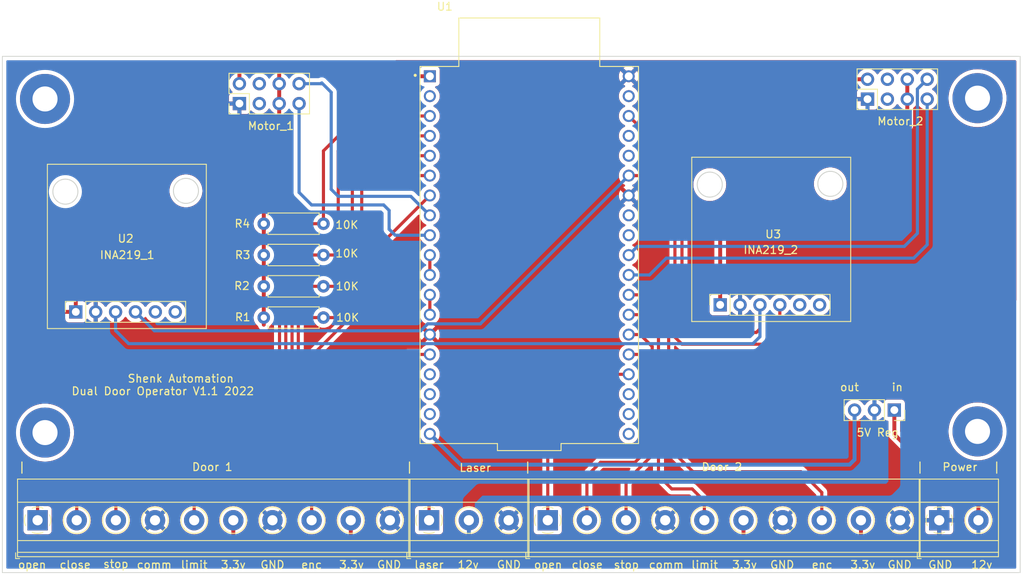
<source format=kicad_pcb>
(kicad_pcb (version 20211014) (generator pcbnew)
  (layers (0 "F.Cu" signal) (31 "B.Cu" signal) (34 "B.Paste" user) (35 "F.Paste" user) (36 "B.SilkS" user "B.Silkscreen") (37 "F.SilkS" user "F.Silkscreen") (38 "B.Mask" user) (39 "F.Mask" user) (44 "Edge.Cuts" user))
  (net 0 "")
  (net 1 "Net-(J4-Pad1)")
  (net 2 "Net-(J4-Pad2)")
  (net 3 "Net-(J4-Pad3)")
  (net 6 "Net-(J8-Pad1)")
  (net 7 "Net-(J8-Pad2)")
  (net 8 "Net-(J8-Pad3)")
  (net 16 "Net-(J4-Pad5)")
  (net 17 "Net-(J4-Pad8)")
  (net 18 "Net-(J8-Pad5)")
  (net 19 "Net-(J8-Pad8)")
  (net 20 "Net-(U1-Pad10)")
  (net 21 "Net-(U1-Pad12)")
  (net 27 "GND")
  (net 28 "Net-(J5-Pad1)")
  (net 33 "Net-(J4-Pad6)")
  (net 34 "Net-(U1-Pad33)")
  (net 35 "Net-(U1-Pad36)")
  (net 38 "Net-(J7-Pad7)")
  (net 39 "Net-(J7-Pad8)")
  (net 40 "Net-(J6-Pad7)")
  (net 41 "Net-(J6-Pad8)")
  (net 42 "Net-(J5-Pad2)")
  (net 43 "Net-(U1-Pad19)")
  (footprint "Resistor_THT:R_Axial_DIN0207_L6.3mm_D2.5mm_P7.62mm_Horizontal" (layer "F.Cu") (at 113.39 79.4)
    (fp_text reference "R3" (at -2.69 0) (layer "F.SilkS"))
    (fp_text value "10K" (at 10.61 -0.2) (layer "F.SilkS"))
    (pad "1" thru_hole circle (at 0 0) (size 1.6 1.6) (drill 0.8) (layers *.Cu *.Mask) (net 33 "Net-(J4-Pad6)"))
    (pad "2" thru_hole oval (at 7.62 0) (size 1.6 1.6) (drill 0.8) (layers *.Cu *.Mask) (net 2 "Net-(J4-Pad2)"))
  )
  (footprint "Connector_PinHeader_2.54mm:PinHeader_2x04_P2.54mm_Vertical" (layer "F.Cu") (at 110.28 60.04 90)
    (fp_text reference "J6" hide)
    (fp_text value "Motor_1" (at -2.86 4.02 180) (layer "F.SilkS"))
    (pad "1" thru_hole rect (at 0 0 90) (size 1.7 1.7) (drill 1) (layers *.Cu *.Mask) (net 27 "GND"))
    (pad "2" thru_hole oval (at 2.54 0 90) (size 1.7 1.7) (drill 1) (layers *.Cu *.Mask) (net 33 "Net-(J4-Pad6)"))
    (pad "3" thru_hole oval (at 0 2.54 90) (size 1.7 1.7) (drill 1) (layers *.Cu *.Mask))
    (pad "4" thru_hole oval (at 2.54 2.54 90) (size 1.7 1.7) (drill 1) (layers *.Cu *.Mask))
    (pad "5" thru_hole oval (at 0 5.08 90) (size 1.7 1.7) (drill 1) (layers *.Cu *.Mask) (net 33 "Net-(J4-Pad6)"))
    (pad "6" thru_hole oval (at 2.54 5.08 90) (size 1.7 1.7) (drill 1) (layers *.Cu *.Mask) (net 33 "Net-(J4-Pad6)"))
    (pad "7" thru_hole oval (at 0 7.62 90) (size 1.7 1.7) (drill 1) (layers *.Cu *.Mask) (net 40 "Net-(J6-Pad7)"))
    (pad "8" thru_hole oval (at 2.54 7.62 90) (size 1.7 1.7) (drill 1) (layers *.Cu *.Mask) (net 41 "Net-(J6-Pad8)"))
  )
  (footprint "Resistor_THT:R_Axial_DIN0207_L6.3mm_D2.5mm_P7.62mm_Horizontal" (layer "F.Cu") (at 113.39 83.4)
    (fp_text reference "R2" (at -2.79 -0.05) (layer "F.SilkS"))
    (fp_text value "10K" (at 10.66 0) (layer "F.SilkS"))
    (pad "1" thru_hole circle (at 0 0) (size 1.6 1.6) (drill 0.8) (layers *.Cu *.Mask) (net 33 "Net-(J4-Pad6)"))
    (pad "2" thru_hole oval (at 7.62 0) (size 1.6 1.6) (drill 0.8) (layers *.Cu *.Mask) (net 3 "Net-(J4-Pad3)"))
  )
  (footprint "MountingHole:MountingHole_3.2mm_M3_Pad_TopBottom" (layer "F.Cu") (at 204.55 101.95)
    (fp_text reference "H3" hide)
    (fp_text value "MountingHole" hide)
    (pad "1" thru_hole circle (at 0 0) (size 3.6 3.6) (drill 3.2) (layers *.Cu *.Mask))
    (pad "1" connect circle (at 0 0) (size 6.4 6.4) (layers "B.Cu" "B.Mask"))
    (pad "1" connect circle (at 0 0) (size 6.4 6.4) (layers "F.Cu" "F.Mask"))
  )
  (footprint "Resistor_THT:R_Axial_DIN0207_L6.3mm_D2.5mm_P7.62mm_Horizontal" (layer "F.Cu") (at 113.39 87.4)
    (fp_text reference "R1" (at -2.69 -0.05) (layer "F.SilkS"))
    (fp_text value "10K" (at 10.71 0) (layer "F.SilkS"))
    (pad "1" thru_hole circle (at 0 0) (size 1.6 1.6) (drill 0.8) (layers *.Cu *.Mask) (net 33 "Net-(J4-Pad6)"))
    (pad "2" thru_hole oval (at 7.62 0) (size 1.6 1.6) (drill 0.8) (layers *.Cu *.Mask) (net 16 "Net-(J4-Pad5)"))
  )
  (footprint "ESP32-DEVKIT-32U:MODULE_ESP32-DEVKITC-32U" (layer "F.Cu") (at 147.3 79.4)
    (fp_text reference "U1" (at -10.795 -31.75) (layer "F.SilkS"))
    (fp_text value "ESP32-DEVKITC-32U")
    (pad "1" thru_hole rect locked (at -12.7 -22.85) (size 1.53 1.53) (drill 1.02) (layers *.Cu *.Mask) (net 33 "Net-(J4-Pad6)"))
    (pad "2" thru_hole circle locked (at -12.7 -20.31) (size 1.53 1.53) (drill 1.02) (layers *.Cu *.Mask))
    (pad "3" thru_hole circle locked (at -12.7 -17.77) (size 1.53 1.53) (drill 1.02) (layers *.Cu *.Mask) (net 1 "Net-(J4-Pad1)"))
    (pad "4" thru_hole circle locked (at -12.7 -15.23) (size 1.53 1.53) (drill 1.02) (layers *.Cu *.Mask) (net 2 "Net-(J4-Pad2)"))
    (pad "5" thru_hole circle locked (at -12.7 -12.69) (size 1.53 1.53) (drill 1.02) (layers *.Cu *.Mask) (net 3 "Net-(J4-Pad3)"))
    (pad "6" thru_hole circle locked (at -12.7 -10.15) (size 1.53 1.53) (drill 1.02) (layers *.Cu *.Mask) (net 16 "Net-(J4-Pad5)"))
    (pad "7" thru_hole circle locked (at -12.7 -7.61) (size 1.53 1.53) (drill 1.02) (layers *.Cu *.Mask) (net 17 "Net-(J4-Pad8)"))
    (pad "8" thru_hole circle locked (at -12.7 -5.07) (size 1.53 1.53) (drill 1.02) (layers *.Cu *.Mask) (net 41 "Net-(J6-Pad8)"))
    (pad "9" thru_hole circle locked (at -12.7 -2.53) (size 1.53 1.53) (drill 1.02) (layers *.Cu *.Mask) (net 40 "Net-(J6-Pad7)"))
    (pad "10" thru_hole circle locked (at -12.7 0.01) (size 1.53 1.53) (drill 1.02) (layers *.Cu *.Mask) (net 20 "Net-(U1-Pad10)"))
    (pad "11" thru_hole circle locked (at -12.7 2.55) (size 1.53 1.53) (drill 1.02) (layers *.Cu *.Mask) (net 20 "Net-(U1-Pad10)"))
    (pad "12" thru_hole circle locked (at -12.7 5.09) (size 1.53 1.53) (drill 1.02) (layers *.Cu *.Mask) (net 21 "Net-(U1-Pad12)"))
    (pad "13" thru_hole circle locked (at -12.7 7.63) (size 1.53 1.53) (drill 1.02) (layers *.Cu *.Mask) (net 21 "Net-(U1-Pad12)"))
    (pad "14" thru_hole circle locked (at -12.7 10.17) (size 1.53 1.53) (drill 1.02) (layers *.Cu *.Mask) (net 27 "GND"))
    (pad "15" thru_hole circle locked (at -12.7 12.71) (size 1.53 1.53) (drill 1.02) (layers *.Cu *.Mask) (net 28 "Net-(J5-Pad1)"))
    (pad "16" thru_hole circle locked (at -12.7 15.25) (size 1.53 1.53) (drill 1.02) (layers *.Cu *.Mask))
    (pad "17" thru_hole circle locked (at -12.7 17.79) (size 1.53 1.53) (drill 1.02) (layers *.Cu *.Mask))
    (pad "18" thru_hole circle locked (at -12.7 20.33) (size 1.53 1.53) (drill 1.02) (layers *.Cu *.Mask))
    (pad "19" thru_hole circle locked (at -12.7 22.87) (size 1.53 1.53) (drill 1.02) (layers *.Cu *.Mask) (net 43 "Net-(U1-Pad19)"))
    (pad "20" thru_hole circle locked (at 12.7 22.87) (size 1.53 1.53) (drill 1.02) (layers *.Cu *.Mask))
    (pad "21" thru_hole circle locked (at 12.7 20.33) (size 1.53 1.53) (drill 1.02) (layers *.Cu *.Mask))
    (pad "22" thru_hole circle locked (at 12.7 17.79) (size 1.53 1.53) (drill 1.02) (layers *.Cu *.Mask))
    (pad "23" thru_hole circle locked (at 12.7 15.25) (size 1.53 1.53) (drill 1.02) (layers *.Cu *.Mask) (net 6 "Net-(J8-Pad1)"))
    (pad "24" thru_hole circle locked (at 12.7 12.71) (size 1.53 1.53) (drill 1.02) (layers *.Cu *.Mask) (net 7 "Net-(J8-Pad2)"))
    (pad "25" thru_hole circle locked (at 12.7 10.17) (size 1.53 1.53) (drill 1.02) (layers *.Cu *.Mask) (net 8 "Net-(J8-Pad3)"))
    (pad "26" thru_hole circle locked (at 12.7 7.63) (size 1.53 1.53) (drill 1.02) (layers *.Cu *.Mask) (net 18 "Net-(J8-Pad5)"))
    (pad "27" thru_hole circle locked (at 12.7 5.09) (size 1.53 1.53) (drill 1.02) (layers *.Cu *.Mask) (net 19 "Net-(J8-Pad8)"))
    (pad "28" thru_hole circle locked (at 12.7 2.55) (size 1.53 1.53) (drill 1.02) (layers *.Cu *.Mask) (net 38 "Net-(J7-Pad7)"))
    (pad "29" thru_hole circle locked (at 12.7 0.01) (size 1.53 1.53) (drill 1.02) (layers *.Cu *.Mask) (net 39 "Net-(J7-Pad8)"))
    (pad "30" thru_hole circle locked (at 12.7 -2.53) (size 1.53 1.53) (drill 1.02) (layers *.Cu *.Mask))
    (pad "31" thru_hole circle locked (at 12.7 -5.07) (size 1.53 1.53) (drill 1.02) (layers *.Cu *.Mask))
    (pad "32" thru_hole circle locked (at 12.7 -7.61) (size 1.53 1.53) (drill 1.02) (layers *.Cu *.Mask) (net 27 "GND"))
    (pad "33" thru_hole circle locked (at 12.7 -10.15) (size 1.53 1.53) (drill 1.02) (layers *.Cu *.Mask) (net 34 "Net-(U1-Pad33)"))
    (pad "34" thru_hole circle locked (at 12.7 -12.69) (size 1.53 1.53) (drill 1.02) (layers *.Cu *.Mask))
    (pad "35" thru_hole circle locked (at 12.7 -15.23) (size 1.53 1.53) (drill 1.02) (layers *.Cu *.Mask))
    (pad "36" thru_hole circle locked (at 12.7 -17.77) (size 1.53 1.53) (drill 1.02) (layers *.Cu *.Mask) (net 35 "Net-(U1-Pad36)"))
    (pad "37" thru_hole circle locked (at 12.7 -20.31) (size 1.53 1.53) (drill 1.02) (layers *.Cu *.Mask))
    (pad "38" thru_hole circle locked (at 12.7 -22.85) (size 1.53 1.53) (drill 1.02) (layers *.Cu *.Mask) (net 27 "GND"))
  )
  (footprint "TerminalBlock_Phoenix:TerminalBlock_Phoenix_MKDS-1,5-10_1x10_P5.00mm_Horizontal" (layer "F.Cu") (at 149.66 113.305)
    (fp_text reference "J8" hide)
    (fp_text value "Door_2")
    (pad "1" thru_hole rect (at 0 0) (size 2.6 2.6) (drill 1.3) (layers *.Cu *.Mask) (net 6 "Net-(J8-Pad1)"))
    (pad "2" thru_hole circle (at 5 0) (size 2.6 2.6) (drill 1.3) (layers *.Cu *.Mask) (net 7 "Net-(J8-Pad2)"))
    (pad "3" thru_hole circle (at 10 0) (size 2.6 2.6) (drill 1.3) (layers *.Cu *.Mask) (net 8 "Net-(J8-Pad3)"))
    (pad "4" thru_hole circle (at 15 0) (size 2.6 2.6) (drill 1.3) (layers *.Cu *.Mask) (net 27 "GND"))
    (pad "5" thru_hole circle (at 20 0) (size 2.6 2.6) (drill 1.3) (layers *.Cu *.Mask) (net 18 "Net-(J8-Pad5)"))
    (pad "6" thru_hole circle (at 25 0) (size 2.6 2.6) (drill 1.3) (layers *.Cu *.Mask) (net 33 "Net-(J4-Pad6)"))
    (pad "7" thru_hole circle (at 30 0) (size 2.6 2.6) (drill 1.3) (layers *.Cu *.Mask) (net 27 "GND"))
    (pad "8" thru_hole circle (at 35 0) (size 2.6 2.6) (drill 1.3) (layers *.Cu *.Mask) (net 19 "Net-(J8-Pad8)"))
    (pad "9" thru_hole circle (at 40 0) (size 2.6 2.6) (drill 1.3) (layers *.Cu *.Mask) (net 33 "Net-(J4-Pad6)"))
    (pad "10" thru_hole circle (at 45 0) (size 2.6 2.6) (drill 1.3) (layers *.Cu *.Mask) (net 27 "GND"))
  )
  (footprint "MountingHole:MountingHole_3.2mm_M3_Pad_TopBottom" (layer "F.Cu") (at 204.55 59.35)
    (fp_text reference "H4" hide)
    (fp_text value "MountingHole" hide)
    (pad "1" thru_hole circle (at 0 0) (size 3.6 3.6) (drill 3.2) (layers *.Cu *.Mask))
    (pad "1" connect circle (at 0 0) (size 6.4 6.4) (layers "F.Cu" "F.Mask"))
    (pad "1" connect circle (at 0 0) (size 6.4 6.4) (layers "B.Cu" "B.Mask"))
  )
  (footprint "Library:INA219_Module" (layer "F.Cu") (at 178.45 79)
    (fp_text reference "U3" (at 0 -2.25) (layer "F.SilkS"))
    (fp_text value "INA219_2" (at -0.3 -0.25) (layer "F.SilkS"))
    (fp_circle (center -8.1 -8.6) (end -6.5 -8.6) (layer "Edge.Cuts") (width 0.12) (fill none))
    (fp_circle (center 7.3 -8.7) (end 8.9 -8.7) (layer "Edge.Cuts") (width 0.12) (fill none))
    (pad "1" thru_hole rect (at -6.77 6.77 90) (size 1.7 1.7) (drill 1) (layers *.Cu *.Mask) (net 33 "Net-(J4-Pad6)"))
    (pad "2" thru_hole oval (at -4.23 6.77 90) (size 1.7 1.7) (drill 1) (layers *.Cu *.Mask) (net 27 "GND"))
    (pad "3" thru_hole oval (at -1.69 6.77 90) (size 1.7 1.7) (drill 1) (layers *.Cu *.Mask) (net 35 "Net-(U1-Pad36)"))
    (pad "4" thru_hole oval (at 0.85 6.77 90) (size 1.7 1.7) (drill 1) (layers *.Cu *.Mask) (net 34 "Net-(U1-Pad33)"))
    (pad "5" thru_hole oval (at 3.39 6.77 90) (size 1.7 1.7) (drill 1) (layers *.Cu *.Mask))
    (pad "6" thru_hole oval (at 5.93 6.77 90) (size 1.7 1.7) (drill 1) (layers *.Cu *.Mask))
  )
  (footprint "TerminalBlock_Phoenix:TerminalBlock_Phoenix_MKDS-1,5-10_1x10_P5.00mm_Horizontal" (layer "F.Cu") (at 84.5 113.305)
    (fp_text reference "J4" hide)
    (fp_text value "Door_1")
    (pad "1" thru_hole rect (at 0 0) (size 2.6 2.6) (drill 1.3) (layers *.Cu *.Mask) (net 1 "Net-(J4-Pad1)"))
    (pad "2" thru_hole circle (at 5 0) (size 2.6 2.6) (drill 1.3) (layers *.Cu *.Mask) (net 2 "Net-(J4-Pad2)"))
    (pad "3" thru_hole circle (at 10 0) (size 2.6 2.6) (drill 1.3) (layers *.Cu *.Mask) (net 3 "Net-(J4-Pad3)"))
    (pad "4" thru_hole circle (at 15 0) (size 2.6 2.6) (drill 1.3) (layers *.Cu *.Mask) (net 27 "GND"))
    (pad "5" thru_hole circle (at 20 0) (size 2.6 2.6) (drill 1.3) (layers *.Cu *.Mask) (net 16 "Net-(J4-Pad5)"))
    (pad "6" thru_hole circle (at 25 0) (size 2.6 2.6) (drill 1.3) (layers *.Cu *.Mask) (net 33 "Net-(J4-Pad6)"))
    (pad "7" thru_hole circle (at 30 0) (size 2.6 2.6) (drill 1.3) (layers *.Cu *.Mask) (net 27 "GND"))
    (pad "8" thru_hole circle (at 35 0) (size 2.6 2.6) (drill 1.3) (layers *.Cu *.Mask) (net 17 "Net-(J4-Pad8)"))
    (pad "9" thru_hole circle (at 40 0) (size 2.6 2.6) (drill 1.3) (layers *.Cu *.Mask) (net 33 "Net-(J4-Pad6)"))
    (pad "10" thru_hole circle (at 45 0) (size 2.6 2.6) (drill 1.3) (layers *.Cu *.Mask) (net 27 "GND"))
  )
  (footprint "MountingHole:MountingHole_3.2mm_M3_Pad_TopBottom" (layer "F.Cu") (at 85.45 102.1)
    (fp_text reference "H2" hide)
    (fp_text value "MountingHole" hide)
    (pad "1" connect circle (at 0 0) (size 6.4 6.4) (layers "F.Cu" "F.Mask"))
    (pad "1" thru_hole circle (at 0 0) (size 3.6 3.6) (drill 3.2) (layers *.Cu *.Mask))
    (pad "1" connect circle (at 0 0) (size 6.4 6.4) (layers "B.Cu" "B.Mask"))
  )
  (footprint "Resistor_THT:R_Axial_DIN0207_L6.3mm_D2.5mm_P7.62mm_Horizontal" (layer "F.Cu") (at 113.39 75.4)
    (fp_text reference "R4" (at -2.74 0) (layer "F.SilkS"))
    (fp_text value "10K" (at 10.61 0.15) (layer "F.SilkS"))
    (pad "1" thru_hole circle (at 0 0) (size 1.6 1.6) (drill 0.8) (layers *.Cu *.Mask) (net 33 "Net-(J4-Pad6)"))
    (pad "2" thru_hole oval (at 7.62 0) (size 1.6 1.6) (drill 0.8) (layers *.Cu *.Mask) (net 1 "Net-(J4-Pad1)"))
  )
  (footprint "Connector_PinSocket_2.54mm:PinSocket_1x03_P2.54mm_Vertical" (layer "F.Cu") (at 193.925 99.225 -90)
    (fp_text reference "U4" hide)
    (fp_text value "5V Reg" (at 2.875 2.125 -180) (layer "F.SilkS"))
    (pad "1" thru_hole rect (at 0 0 270) (size 1.7 1.7) (drill 1) (layers *.Cu *.Mask) (net 42 "Net-(J5-Pad2)"))
    (pad "2" thru_hole oval (at 0 2.54 270) (size 1.7 1.7) (drill 1) (layers *.Cu *.Mask) (net 27 "GND"))
    (pad "3" thru_hole oval (at 0 5.08 270) (size 1.7 1.7) (drill 1) (layers *.Cu *.Mask) (net 43 "Net-(U1-Pad19)"))
  )
  (footprint "TerminalBlock_Phoenix:TerminalBlock_Phoenix_MKDS-1,5-3-5.08_1x03_P5.08mm_Horizontal" (layer "F.Cu") (at 134.5 113.305)
    (fp_text reference "J5" hide)
    (fp_text value "Laser")
    (pad "1" thru_hole rect (at 0 0) (size 2.6 2.6) (drill 1.3) (layers *.Cu *.Mask) (net 28 "Net-(J5-Pad1)"))
    (pad "2" thru_hole circle (at 5.08 0) (size 2.6 2.6) (drill 1.3) (layers *.Cu *.Mask) (net 42 "Net-(J5-Pad2)"))
    (pad "3" thru_hole circle (at 10.16 0) (size 2.6 2.6) (drill 1.3) (layers *.Cu *.Mask) (net 27 "GND"))
  )
  (footprint "Library:INA219_Module" (layer "F.Cu") (at 96.15 79.9)
    (fp_text reference "U2" (at -0.4 -2.6) (layer "F.SilkS"))
    (fp_text value "INA219_1" (at -0.2 -0.5) (layer "F.SilkS"))
    (fp_circle (center -8.1 -8.6) (end -6.5 -8.6) (layer "Edge.Cuts") (width 0.12) (fill none))
    (fp_circle (center 7.3 -8.7) (end 8.9 -8.7) (layer "Edge.Cuts") (width 0.12) (fill none))
    (pad "1" thru_hole rect (at -6.77 6.77 90) (size 1.7 1.7) (drill 1) (layers *.Cu *.Mask) (net 33 "Net-(J4-Pad6)"))
    (pad "2" thru_hole oval (at -4.23 6.77 90) (size 1.7 1.7) (drill 1) (layers *.Cu *.Mask) (net 27 "GND"))
    (pad "3" thru_hole oval (at -1.69 6.77 90) (size 1.7 1.7) (drill 1) (layers *.Cu *.Mask) (net 35 "Net-(U1-Pad36)"))
    (pad "4" thru_hole oval (at 0.85 6.77 90) (size 1.7 1.7) (drill 1) (layers *.Cu *.Mask) (net 34 "Net-(U1-Pad33)"))
    (pad "5" thru_hole oval (at 3.39 6.77 90) (size 1.7 1.7) (drill 1) (layers *.Cu *.Mask))
    (pad "6" thru_hole oval (at 5.93 6.77 90) (size 1.7 1.7) (drill 1) (layers *.Cu *.Mask))
  )
  (footprint "Connector_PinHeader_2.54mm:PinHeader_2x04_P2.54mm_Vertical" (layer "F.Cu") (at 190.5 59.475 90)
    (fp_text reference "J7" hide)
    (fp_text value "Motor_2" (at -2.825 4.2 180) (layer "F.SilkS"))
    (pad "1" thru_hole rect (at 0 0 90) (size 1.7 1.7) (drill 1) (layers *.Cu *.Mask) (net 27 "GND"))
    (pad "2" thru_hole oval (at 2.54 0 90) (size 1.7 1.7) (drill 1) (layers *.Cu *.Mask) (net 33 "Net-(J4-Pad6)"))
    (pad "3" thru_hole oval (at 0 2.54 90) (size 1.7 1.7) (drill 1) (layers *.Cu *.Mask))
    (pad "4" thru_hole oval (at 2.54 2.54 90) (size 1.7 1.7) (drill 1) (layers *.Cu *.Mask))
    (pad "5" thru_hole oval (at 0 5.08 90) (size 1.7 1.7) (drill 1) (layers *.Cu *.Mask) (net 33 "Net-(J4-Pad6)"))
    (pad "6" thru_hole oval (at 2.54 5.08 90) (size 1.7 1.7) (drill 1) (layers *.Cu *.Mask) (net 33 "Net-(J4-Pad6)"))
    (pad "7" thru_hole oval (at 0 7.62 90) (size 1.7 1.7) (drill 1) (layers *.Cu *.Mask) (net 38 "Net-(J7-Pad7)"))
    (pad "8" thru_hole oval (at 2.54 7.62 90) (size 1.7 1.7) (drill 1) (layers *.Cu *.Mask) (net 39 "Net-(J7-Pad8)"))
  )
  (footprint "MountingHole:MountingHole_3.2mm_M3_Pad_TopBottom" (layer "F.Cu") (at 85.45 59.45)
    (fp_text reference "H1" hide)
    (fp_text value "MountingHole" hide)
    (pad "1" connect circle (at 0 0) (size 6.4 6.4) (layers "B.Cu" "B.Mask"))
    (pad "1" thru_hole circle (at 0 0) (size 3.6 3.6) (drill 3.2) (layers *.Cu *.Mask))
    (pad "1" connect circle (at 0 0) (size 6.4 6.4) (layers "F.Cu" "F.Mask"))
  )
  (footprint "TerminalBlock_Phoenix:TerminalBlock_Phoenix_MKDS-1,5-2_1x02_P5.00mm_Horizontal" (layer "F.Cu") (at 199.66 113.305)
    (fp_text reference "J9" hide)
    (fp_text value "12 DC")
    (pad "1" thru_hole rect (at 0 0) (size 2.6 2.6) (drill 1.3) (layers *.Cu *.Mask) (net 27 "GND"))
    (pad "2" thru_hole circle (at 5 0) (size 2.6 2.6) (drill 1.3) (layers *.Cu *.Mask) (net 42 "Net-(J5-Pad2)"))
  )
  (gr_rect (start 80 54) (end 210 120) (layer "Edge.Cuts") (width 0.1) (fill none))
  (gr_text "limit" (at 169.7 119) (layer "F.SilkS") (effects (font (size 1 1))))
  (gr_text "|" (at 132 106.5) (layer "F.SilkS") (effects (font (size 1 1))))
  (gr_text "      Shenk Automation\nDual Door Operator V1.1 2022" (at 100.5 96) (layer "F.SilkS") (effects (font (size 1 1))))
  (gr_text "GND" (at 199.8 119) (layer "F.SilkS") (effects (font (size 1 1))))
  (gr_text "close" (at 89.3 119) (layer "F.SilkS") (effects (font (size 1 1))))
  (gr_text "GND" (at 129.4 119) (layer "F.SilkS") (effects (font (size 1 1))))
  (gr_text "Door 2" (at 171.9 106.5) (layer "F.SilkS") (effects (font (size 1 1))))
  (gr_text "Door 1 " (at 107.2 106.5) (layer "F.SilkS") (effects (font (size 1 1))))
  (gr_text "stop" (at 94.5 118.9) (layer "F.SilkS") (effects (font (size 1 1))))
  (gr_text "|" (at 82.5 106.5) (layer "F.SilkS") (effects (font (size 1 1))))
  (gr_text "3.3v" (at 109.5 119) (layer "F.SilkS") (effects (font (size 1 1))))
  (gr_text "GND" (at 114.5 119) (layer "F.SilkS") (effects (font (size 1 1))))
  (gr_text "Power" (at 202.3 106.5) (layer "F.SilkS") (effects (font (size 1 1))))
  (gr_text "GND" (at 144.7 119) (layer "F.SilkS") (effects (font (size 1 1))))
  (gr_text "enc" (at 119.5 119) (layer "F.SilkS") (effects (font (size 1 1))))
  (gr_text "GND" (at 194.6 119) (layer "F.SilkS") (effects (font (size 1 1))))
  (gr_text "laser" (at 134.5 119) (layer "F.SilkS") (effects (font (size 1 1))))
  (gr_text "Laser" (at 140.4 106.6) (layer "F.SilkS") (effects (font (size 1 1))))
  (gr_text "|" (at 197.2 106.5) (layer "F.SilkS") (effects (font (size 1 1))))
  (gr_text "3.3v" (at 189.9 119) (layer "F.SilkS") (effects (font (size 1 1))))
  (gr_text "open" (at 149.7 119) (layer "F.SilkS") (effects (font (size 1 1))))
  (gr_text "|" (at 147.1 106.5) (layer "F.SilkS") (effects (font (size 1 1))))
  (gr_text "in" (at 194.3 96.3) (layer "F.SilkS") (effects (font (size 1 1))))
  (gr_text "limit" (at 104.5 119) (layer "F.SilkS") (effects (font (size 1 1))))
  (gr_text "stop" (at 159.7 119) (layer "F.SilkS") (effects (font (size 1 1))))
  (gr_text "comm" (at 164.8 119) (layer "F.SilkS") (effects (font (size 1 1))))
  (gr_text "|" (at 207 106.5) (layer "F.SilkS") (effects (font (size 1 1))))
  (gr_text "enc" (at 184.7 119) (layer "F.SilkS") (effects (font (size 1 1))))
  (gr_text "GND" (at 179.6 119) (layer "F.SilkS") (effects (font (size 1 1))))
  (gr_text "open" (at 83.8 119) (layer "F.SilkS") (effects (font (size 1 1))))
  (gr_text "comm" (at 99.4 119) (layer "F.SilkS") (effects (font (size 1 1))))
  (gr_text "out" (at 188.2 96.3) (layer "F.SilkS") (effects (font (size 1 1))))
  (gr_text "12v" (at 139.5 119) (layer "F.SilkS") (effects (font (size 1 1))))
  (gr_text "3.3v" (at 174.8 119) (layer "F.SilkS") (effects (font (size 1 1))))
  (gr_text "close" (at 154.7 119) (layer "F.SilkS") (effects (font (size 1 1))))
  (gr_text "3.3v" (at 124.6 119) (layer "F.SilkS") (effects (font (size 1 1))))
  (gr_text "12v" (at 205.1 119) (layer "F.SilkS") (effects (font (size 1 1))))
  (segment (start 116.5 75.4) (end 121.01 75.4) (width 0.4) (layer "F.Cu") (net 1))
  (segment (start 125.53 61.63) (end 134.6 61.63) (width 0.4) (layer "F.Cu") (net 1))
  (segment (start 114 101) (end 115.4 99.6) (width 0.4) (layer "F.Cu") (net 1))
  (segment (start 115.4 76.5) (end 116.5 75.4) (width 0.4) (layer "F.Cu") (net 1))
  (segment (start 84.5 110.2) (end 93.7 101) (width 0.4) (layer "F.Cu") (net 1))
  (segment (start 84.5 113.305) (end 84.5 110.2) (width 0.4) (layer "F.Cu") (net 1))
  (segment (start 115.4 99.6) (end 115.4 76.5) (width 0.4) (layer "F.Cu") (net 1))
  (segment (start 125.5 61.6) (end 125.53 61.63) (width 0.4) (layer "F.Cu") (net 1))
  (segment (start 93.7 101) (end 114 101) (width 0.4) (layer "F.Cu") (net 1))
  (segment (start 121.01 66.09) (end 125.5 61.6) (width 0.4) (layer "F.Cu") (net 1))
  (segment (start 121.01 75.4) (end 121.01 66.09) (width 0.4) (layer "F.Cu") (net 1))
  (segment (start 116.2 80.3) (end 117.1 79.4) (width 0.4) (layer "F.Cu") (net 2))
  (segment (start 94.4 101.8) (end 114.4 101.8) (width 0.4) (layer "F.Cu") (net 2))
  (segment (start 117.1 79.4) (end 121.01 79.4) (width 0.4) (layer "F.Cu") (net 2))
  (segment (start 121.01 79.4) (end 122.6 79.4) (width 0.4) (layer "F.Cu") (net 2))
  (segment (start 89.5 113.305) (end 89.5 106.7) (width 0.4) (layer "F.Cu") (net 2))
  (segment (start 122.9 79.1) (end 122.9 66.1) (width 0.4) (layer "F.Cu") (net 2))
  (segment (start 124.83 64.17) (end 134.6 64.17) (width 0.4) (layer "F.Cu") (net 2))
  (segment (start 122.6 79.4) (end 122.9 79.1) (width 0.4) (layer "F.Cu") (net 2))
  (segment (start 116.2 100) (end 116.2 80.3) (width 0.4) (layer "F.Cu") (net 2))
  (segment (start 89.5 106.7) (end 94.4 101.8) (width 0.4) (layer "F.Cu") (net 2))
  (segment (start 114.4 101.8) (end 116.2 100) (width 0.4) (layer "F.Cu") (net 2))
  (segment (start 122.9 66.1) (end 124.83 64.17) (width 0.4) (layer "F.Cu") (net 2))
  (segment (start 117 100.1) (end 117 83.7) (width 0.4) (layer "F.Cu") (net 3))
  (segment (start 94.5 105.1) (end 97.1 102.5) (width 0.4) (layer "F.Cu") (net 3))
  (segment (start 121.01 83.4) (end 123.2 83.4) (width 0.4) (layer "F.Cu") (net 3))
  (segment (start 124.7 67.4) (end 125.39 66.71) (width 0.4) (layer "F.Cu") (net 3))
  (segment (start 94.5 113.305) (end 94.5 105.1) (width 0.4) (layer "F.Cu") (net 3))
  (segment (start 117.3 83.4) (end 121.01 83.4) (width 0.4) (layer "F.Cu") (net 3))
  (segment (start 125.39 66.71) (end 134.6 66.71) (width 0.4) (layer "F.Cu") (net 3))
  (segment (start 117 83.7) (end 117.3 83.4) (width 0.4) (layer "F.Cu") (net 3))
  (segment (start 114.6 102.5) (end 117 100.1) (width 0.4) (layer "F.Cu") (net 3))
  (segment (start 124.7 81.9) (end 124.7 67.4) (width 0.4) (layer "F.Cu") (net 3))
  (segment (start 97.1 102.5) (end 114.6 102.5) (width 0.4) (layer "F.Cu") (net 3))
  (segment (start 123.2 83.4) (end 124.7 81.9) (width 0.4) (layer "F.Cu") (net 3))
  (segment (start 149.66 113.305) (end 149.66 95.94) (width 0.4) (layer "F.Cu") (net 6))
  (segment (start 149.66 95.94) (end 150.95 94.65) (width 0.4) (layer "F.Cu") (net 6))
  (segment (start 150.95 94.65) (end 160 94.65) (width 0.4) (layer "F.Cu") (net 6))
  (segment (start 161.31 92.11) (end 162.2 93) (width 0.4) (layer "F.Cu") (net 7))
  (segment (start 160.8 105.9) (end 156.4 105.9) (width 0.4) (layer "F.Cu") (net 7))
  (segment (start 162.2 93) (end 162.2 104.5) (width 0.4) (layer "F.Cu") (net 7))
  (segment (start 154.66 107.64) (end 154.66 113.305) (width 0.4) (layer "F.Cu") (net 7))
  (segment (start 160 92.11) (end 161.31 92.11) (width 0.4) (layer "F.Cu") (net 7))
  (segment (start 156.4 105.9) (end 154.66 107.64) (width 0.4) (layer "F.Cu") (net 7))
  (segment (start 162.2 104.5) (end 160.8 105.9) (width 0.4) (layer "F.Cu") (net 7))
  (segment (start 161.47 89.57) (end 163 91.1) (width 0.4) (layer "F.Cu") (net 8))
  (segment (start 160 89.57) (end 161.47 89.57) (width 0.4) (layer "F.Cu") (net 8))
  (segment (start 160.7 107.4) (end 159.66 108.44) (width 0.4) (layer "F.Cu") (net 8))
  (segment (start 160.7 107.3) (end 160.7 107.4) (width 0.4) (layer "F.Cu") (net 8))
  (segment (start 159.66 108.44) (end 159.66 113.305) (width 0.4) (layer "F.Cu") (net 8))
  (segment (start 163 105) (end 160.7 107.3) (width 0.4) (layer "F.Cu") (net 8))
  (segment (start 163 91.1) (end 163 105) (width 0.4) (layer "F.Cu") (net 8))
  (segment (start 121.01 87.4) (end 122.6 87.4) (width 0.4) (layer "F.Cu") (net 16))
  (segment (start 104.5 104.2) (end 105.3 103.4) (width 0.4) (layer "F.Cu") (net 16))
  (segment (start 104.5 113.305) (end 104.5 104.2) (width 0.4) (layer "F.Cu") (net 16))
  (segment (start 122.6 87.4) (end 125.9 84.1) (width 0.4) (layer "F.Cu") (net 16))
  (segment (start 117.8 100.5) (end 117.8 88.1) (width 0.4) (layer "F.Cu") (net 16))
  (segment (start 118.5 87.4) (end 121.01 87.4) (width 0.4) (layer "F.Cu") (net 16))
  (segment (start 126.35 69.25) (end 134.6 69.25) (width 0.4) (layer "F.Cu") (net 16))
  (segment (start 105.3 103.4) (end 114.9 103.4) (width 0.4) (layer "F.Cu") (net 16))
  (segment (start 114.9 103.4) (end 117.8 100.5) (width 0.4) (layer "F.Cu") (net 16))
  (segment (start 125.9 69.7) (end 126.35 69.25) (width 0.4) (layer "F.Cu") (net 16))
  (segment (start 125.9 84.1) (end 125.9 69.7) (width 0.4) (layer "F.Cu") (net 16))
  (segment (start 117.8 88.1) (end 118.5 87.4) (width 0.4) (layer "F.Cu") (net 16))
  (segment (start 134.6 71.79) (end 126.9 79.49) (width 0.4) (layer "F.Cu") (net 17))
  (segment (start 126.9 84.9) (end 119.5 92.3) (width 0.4) (layer "F.Cu") (net 17))
  (segment (start 126.9 79.49) (end 126.9 84.9) (width 0.4) (layer "F.Cu") (net 17))
  (segment (start 119.5 92.3) (end 119.5 113.305) (width 0.4) (layer "F.Cu") (net 17))
  (segment (start 162.57 87.03) (end 162.6 87) (width 0.4) (layer "F.Cu") (net 18))
  (segment (start 165.5 109.3) (end 168.1 109.3) (width 0.4) (layer "F.Cu") (net 18))
  (segment (start 160 87.03) (end 162.57 87.03) (width 0.4) (layer "F.Cu") (net 18))
  (segment (start 168.1 109.3) (end 169.66 110.86) (width 0.4) (layer "F.Cu") (net 18))
  (segment (start 169.66 110.86) (end 169.66 113.305) (width 0.4) (layer "F.Cu") (net 18))
  (segment (start 163.8 88.2) (end 163.8 107.6) (width 0.4) (layer "F.Cu") (net 18))
  (segment (start 163.8 107.6) (end 165.5 109.3) (width 0.4) (layer "F.Cu") (net 18))
  (segment (start 162.6 87) (end 163.8 88.2) (width 0.4) (layer "F.Cu") (net 18))
  (segment (start 168.2 107.1) (end 182 107.1) (width 0.4) (layer "F.Cu") (net 19))
  (segment (start 184.66 109.76) (end 184.66 113.305) (width 0.4) (layer "F.Cu") (net 19))
  (segment (start 160 84.49) (end 162.39 84.49) (width 0.4) (layer "F.Cu") (net 19))
  (segment (start 182 107.1) (end 184.66 109.76) (width 0.4) (layer "F.Cu") (net 19))
  (segment (start 165.1 87.2) (end 165.1 104) (width 0.4) (layer "F.Cu") (net 19))
  (segment (start 162.39 84.49) (end 165.1 87.2) (width 0.4) (layer "F.Cu") (net 19))
  (segment (start 165.1 104) (end 168.2 107.1) (width 0.4) (layer "F.Cu") (net 19))
  (segment (start 134.6 79.41) (end 134.6 81.95) (width 0.4) (layer "F.Cu") (net 20))
  (segment (start 134.6 84.49) (end 134.6 87.03) (width 0.4) (layer "F.Cu") (net 21))
  (segment (start 134.5 106.3) (end 130.6 102.4) (width 0.4) (layer "F.Cu") (net 28))
  (segment (start 130.6 102.4) (end 130.6 93.3) (width 0.4) (layer "F.Cu") (net 28))
  (segment (start 134.5 113.305) (end 134.5 106.3) (width 0.4) (layer "F.Cu") (net 28))
  (segment (start 130.6 93.3) (end 131.79 92.11) (width 0.4) (layer "F.Cu") (net 28))
  (segment (start 131.79 92.11) (end 134.6 92.11) (width 0.4) (layer "F.Cu") (net 28))
  (segment (start 115.7 55.2) (end 110.6 55.2) (width 0.5) (layer "F.Cu") (net 33))
  (segment (start 89.38 86.67) (end 89.38 75.02) (width 0.5) (layer "F.Cu") (net 33))
  (segment (start 115.36 60.04) (end 115.36 57.5) (width 0.5) (layer "F.Cu") (net 33))
  (segment (start 109.5 116.3) (end 109.9 116.7) (width 0.5) (layer "F.Cu") (net 33))
  (segment (start 81.2 115.3) (end 81.2 88.9) (width 0.5) (layer "F.Cu") (net 33))
  (segment (start 208.6 85.6) (end 204.62 81.62) (width 0.5) (layer "F.Cu") (net 33))
  (segment (start 195.58 59.475) (end 195.58 62.82) (width 0.5) (layer "F.Cu") (net 33))
  (segment (start 89.38 75.02) (end 92.9 71.5) (width 0.5) (layer "F.Cu") (net 33))
  (segment (start 139.58 116.62) (end 139.5 116.7) (width 0.5) (layer "F.Cu") (net 33))
  (segment (start 109.5 113.305) (end 109.5 116.3) (width 0.5) (layer "F.Cu") (net 33))
  (segment (start 124.5 113.305) (end 124.5 116.7) (width 0.5) (layer "F.Cu") (net 33))
  (segment (start 139.5 116.7) (end 174.7 116.7) (width 0.5) (layer "F.Cu") (net 33))
  (segment (start 82.6 116.7) (end 81.2 115.3) (width 0.5) (layer "F.Cu") (net 33))
  (segment (start 113.39 83.4) (end 113.39 88.31) (width 0.5) (layer "F.Cu") (net 33))
  (segment (start 174.7 58.9) (end 176.665 56.935) (width 0.5) (layer "F.Cu") (net 33))
  (segment (start 92.9 71.5) (end 92.9 55.9) (width 0.5) (layer "F.Cu") (net 33))
  (segment (start 129.6 55.2) (end 119.1 55.2) (width 0.5) (layer "F.Cu") (net 33))
  (segment (start 124.5 116.7) (end 109.9 116.7) (width 0.5) (layer "F.Cu") (net 33))
  (segment (start 189.66 113.305) (end 189.66 116.36) (width 0.5) (layer "F.Cu") (net 33))
  (segment (start 109.9 116.7) (end 82.6 116.7) (width 0.5) (layer "F.Cu") (net 33))
  (segment (start 174.66 116.66) (end 174.7 116.7) (width 0.5) (layer "F.Cu") (net 33))
  (segment (start 115.36 57.5) (end 115.36 55.54) (width 0.5) (layer "F.Cu") (net 33))
  (segment (start 113.39 71.71) (end 113.39 76.19) (width 0.5) (layer "F.Cu") (net 33))
  (segment (start 174.7 116.7) (end 190 116.7) (width 0.5) (layer "F.Cu") (net 33))
  (segment (start 113.39 76.19) (end 113.39 79.4) (width 0.5) (layer "F.Cu") (net 33))
  (segment (start 130.95 56.55) (end 129.6 55.2) (width 0.5) (layer "F.Cu") (net 33))
  (segment (start 171.68 76.12) (end 174.8 73) (width 0.5) (layer "F.Cu") (net 33))
  (segment (start 81.2 88.9) (end 83.43 86.67) (width 0.5) (layer "F.Cu") (net 33))
  (segment (start 189.66 116.36) (end 190 116.7) (width 0.5) (layer "F.Cu") (net 33))
  (segment (start 115.36 69.74) (end 113.39 71.71) (width 0.5) (layer "F.Cu") (net 33))
  (segment (start 186.5 62.9) (end 185.165 61.565) (width 0.5) (layer "F.Cu") (net 33))
  (segment (start 119.1 55.2) (end 115.7 55.2) (width 0.5) (layer "F.Cu") (net 33))
  (segment (start 83.43 86.67) (end 89.38 86.67) (width 0.5) (layer "F.Cu") (net 33))
  (segment (start 92.9 55.9) (end 93.6 55.2) (width 0.5) (layer "F.Cu") (net 33))
  (segment (start 195.58 59.475) (end 195.58 56.935) (width 0.5) (layer "F.Cu") (net 33))
  (segment (start 195.5 62.9) (end 186.5 62.9) (width 0.5) (layer "F.Cu") (net 33))
  (segment (start 204.62 81.62) (end 171.68 81.62) (width 0.5) (layer "F.Cu") (net 33))
  (segment (start 176.665 56.935) (end 185.165 56.935) (width 0.5) (layer "F.Cu") (net 33))
  (segment (start 185.165 61.565) (end 185.165 56.935) (width 0.5) (layer "F.Cu") (net 33))
  (segment (start 174.66 113.305) (end 174.66 116.66) (width 0.5) (layer "F.Cu") (net 33))
  (segment (start 185.165 56.935) (end 190.5 56.935) (width 0.5) (layer "F.Cu") (net 33))
  (segment (start 113.39 79.4) (end 113.39 83.4) (width 0.5) (layer "F.Cu") (net 33))
  (segment (start 208.6 115.4) (end 208.6 85.6) (width 0.5) (layer "F.Cu") (net 33))
  (segment (start 110.28 55.52) (end 110.28 57.5) (width 0.5) (layer "F.Cu") (net 33))
  (segment (start 124.5 116.7) (end 139.5 116.7) (width 0.5) (layer "F.Cu") (net 33))
  (segment (start 171.68 85.77) (end 171.68 81.62) (width 0.5) (layer "F.Cu") (net 33))
  (segment (start 93.6 55.2) (end 119.1 55.2) (width 0.5) (layer "F.Cu") (net 33))
  (segment (start 110.6 55.2) (end 110.28 55.52) (width 0.5) (layer "F.Cu") (net 33))
  (segment (start 115.36 55.54) (end 115.7 55.2) (width 0.5) (layer "F.Cu") (net 33))
  (segment (start 171.68 81.62) (end 171.68 76.12) (width 0.5) (layer "F.Cu") (net 33))
  (segment (start 115.36 60.04) (end 115.36 69.74) (width 0.5) (layer "F.Cu") (net 33))
  (segment (start 134.6 56.55) (end 130.95 56.55) (width 0.5) (layer "F.Cu") (net 33))
  (segment (start 195.58 62.82) (end 195.5 62.9) (width 0.5) (layer "F.Cu") (net 33))
  (segment (start 174.8 73) (end 174.8 59) (width 0.5) (layer "F.Cu") (net 33))
  (segment (start 190 116.7) (end 207.3 116.7) (width 0.5) (layer "F.Cu") (net 33))
  (segment (start 174.8 59) (end 174.7 58.9) (width 0.5) (layer "F.Cu") (net 33))
  (segment (start 113.39 75.4) (end 113.39 76.19) (width 0.5) (layer "F.Cu") (net 33))
  (segment (start 207.3 116.7) (end 208.6 115.4) (width 0.5) (layer "F.Cu") (net 33))
  (segment (start 165.9 89.9) (end 166.8 90.8) (width 0.4) (layer "F.Cu") (net 34))
  (segment (start 166.8 90.8) (end 179 90.8) (width 0.4) (layer "F.Cu") (net 34))
  (segment (start 179.3 90.5) (end 179.3 85.77) (width 0.4) (layer "F.Cu") (net 34))
  (segment (start 165.9 73) (end 165.9 89.9) (width 0.4) (layer "F.Cu") (net 34))
  (segment (start 179 90.8) (end 179.3 90.5) (width 0.4) (layer "F.Cu") (net 34))
  (segment (start 160 69.25) (end 162.15 69.25) (width 0.4) (layer "F.Cu") (net 34))
  (segment (start 162.15 69.25) (end 165.9 73) (width 0.4) (layer "F.Cu") (net 34))
  (segment (start 134.323132 88.2) (end 141.05 88.2) (width 0.4) (layer "B.Cu") (net 34))
  (segment (start 133.435489 89.087643) (end 134.323132 88.2) (width 0.4) (layer "B.Cu") (net 34))
  (segment (start 99.417643 89.087643) (end 133.435489 89.087643) (width 0.4) (layer "B.Cu") (net 34))
  (segment (start 97 86.67) (end 99.417643 89.087643) (width 0.4) (layer "B.Cu") (net 34))
  (segment (start 141.05 88.2) (end 160 69.25) (width 0.4) (layer "B.Cu") (net 34))
  (segment (start 176.76 88.84) (end 176.76 85.77) (width 0.4) (layer "F.Cu") (net 35))
  (segment (start 166.8 68.43) (end 166.8 88.7) (width 0.4) (layer "F.Cu") (net 35))
  (segment (start 160 61.63) (end 166.8 68.43) (width 0.4) (layer "F.Cu") (net 35))
  (segment (start 166.8 88.7) (end 167.4 89.3) (width 0.4) (layer "F.Cu") (net 35))
  (segment (start 167.4 89.3) (end 176.3 89.3) (width 0.4) (layer "F.Cu") (net 35))
  (segment (start 176.3 89.3) (end 176.76 88.84) (width 0.4) (layer "F.Cu") (net 35))
  (segment (start 94.46 89.06) (end 96.134511 90.734511) (width 0.4) (layer "B.Cu") (net 35))
  (segment (start 176.76 89.84) (end 176.76 85.77) (width 0.4) (layer "B.Cu") (net 35))
  (segment (start 175.865489 90.734511) (end 176.76 89.84) (width 0.4) (layer "B.Cu") (net 35))
  (segment (start 96.134511 90.734511) (end 175.865489 90.734511) (width 0.4) (layer "B.Cu") (net 35))
  (segment (start 94.46 86.67) (end 94.46 89.06) (width 0.4) (layer "B.Cu") (net 35))
  (segment (start 160 81.95) (end 162.65 81.95) (width 0.4) (layer "B.Cu") (net 38))
  (segment (start 164.8 79.8) (end 196.4 79.8) (width 0.4) (layer "B.Cu") (net 38))
  (segment (start 196.4 79.8) (end 198.12 78.08) (width 0.4) (layer "B.Cu") (net 38))
  (segment (start 198.12 78.08) (end 198.12 59.475) (width 0.4) (layer "B.Cu") (net 38))
  (segment (start 162.65 81.95) (end 164.8 79.8) (width 0.4) (layer "B.Cu") (net 38))
  (segment (start 198.12 56.935) (end 196.870489 58.184511) (width 0.4) (layer "B.Cu") (net 39))
  (segment (start 161.11 78.3) (end 160 79.41) (width 0.4) (layer "B.Cu") (net 39))
  (segment (start 196.870489 58.184511) (end 196.870489 76.629511) (width 0.4) (layer "B.Cu") (net 39))
  (segment (start 161.11 78.3) (end 195.2 78.3) (width 0.4) (layer "B.Cu") (net 39))
  (segment (start 196.870489 76.629511) (end 195.2 78.3) (width 0.4) (layer "B.Cu") (net 39))
  (segment (start 117.9 60.04) (end 117.9 71.4) (width 0.4) (layer "B.Cu") (net 40))
  (segment (start 129.4 73.7) (end 129.4 76.1) (width 0.4) (layer "B.Cu") (net 40))
  (segment (start 117.9 71.4) (end 119.5 73) (width 0.4) (layer "B.Cu") (net 40))
  (segment (start 129.4 76.1) (end 130.17 76.87) (width 0.4) (layer "B.Cu") (net 40))
  (segment (start 128.7 73) (end 129.4 73.7) (width 0.4) (layer "B.Cu") (net 40))
  (segment (start 119.5 73) (end 128.7 73) (width 0.4) (layer "B.Cu") (net 40))
  (segment (start 130.17 76.87) (end 134.6 76.87) (width 0.4) (layer "B.Cu") (net 40))
  (segment (start 122 71) (end 122.9 71.9) (width 0.4) (layer "B.Cu") (net 41))
  (segment (start 132.17 71.9) (end 134.6 74.33) (width 0.4) (layer "B.Cu") (net 41))
  (segment (start 122 58.6) (end 122 71) (width 0.4) (layer "B.Cu") (net 41))
  (segment (start 122.9 71.9) (end 132.17 71.9) (width 0.4) (layer "B.Cu") (net 41))
  (segment (start 120.8 57.4) (end 122 58.6) (width 0.4) (layer "B.Cu") (net 41))
  (segment (start 120.7 57.5) (end 120.8 57.4) (width 0.4) (layer "B.Cu") (net 41))
  (segment (start 117.9 57.5) (end 120.7 57.5) (width 0.4) (layer "B.Cu") (net 41))
  (segment (start 193.925 99.225) (end 193.925 102.325) (width 0.5) (layer "F.Cu") (net 42))
  (segment (start 196.5 104.9) (end 200.4 104.9) (width 0.5) (layer "F.Cu") (net 42))
  (segment (start 200.4 104.9) (end 204.66 109.16) (width 0.5) (layer "F.Cu") (net 42))
  (segment (start 193.925 102.325) (end 196.5 104.9) (width 0.5) (layer "F.Cu") (net 42))
  (segment (start 204.66 109.16) (end 204.66 113.305) (width 0.5) (layer "F.Cu") (net 42))
  (segment (start 204.66 115.44) (end 203 117.1) (width 0.5) (layer "B.Cu") (net 42))
  (segment (start 203 117.1) (end 141.3 117.1) (width 0.5) (layer "B.Cu") (net 42))
  (segment (start 141.3 117.1) (end 139.58 115.38) (width 0.5) (layer "B.Cu") (net 42))
  (segment (start 204.66 113.305) (end 204.66 115.44) (width 0.5) (layer "B.Cu") (net 42))
  (segment (start 139.58 115.38) (end 139.58 113.305) (width 0.5) (layer "B.Cu") (net 42))
  (segment (start 138.53 106.2) (end 188.2 106.2) (width 0.5) (layer "B.Cu") (net 43))
  (segment (start 134.6 102.27) (end 138.53 106.2) (width 0.5) (layer "B.Cu") (net 43))
  (segment (start 188.2 106.2) (end 188.845 105.555) (width 0.5) (layer "B.Cu") (net 43))
  (segment (start 188.845 105.555) (end 188.845 99.225) (width 0.5) (layer "B.Cu") (net 43))
  (zone (net 27) (net_name "GND") (layers F&B.Cu) (connect_pads (clearance 0.508)) (min_thickness 0.254) (fill yes (thermal_gap 0.508) (thermal_bridge_width 0.508))
    (polygon (pts (xy 210.2 54.1) (xy 210.5 120.2) (xy 79.7 119.8) (xy 80.1 54.1) (xy 209.9 53.9)))
  )
  (zone (net 27) (net_name "GND") (layer "F.Cu") (connect_pads (clearance 0.508)) (min_thickness 0.254) (fill yes (thermal_gap 0.508) (thermal_bridge_width 0.508))
    (polygon (pts (xy 210.1 53.9) (xy 210 119.8) (xy 79.8 119.8) (xy 80.1 54.1) (xy 209.3 53.8)))
  )
)
</source>
